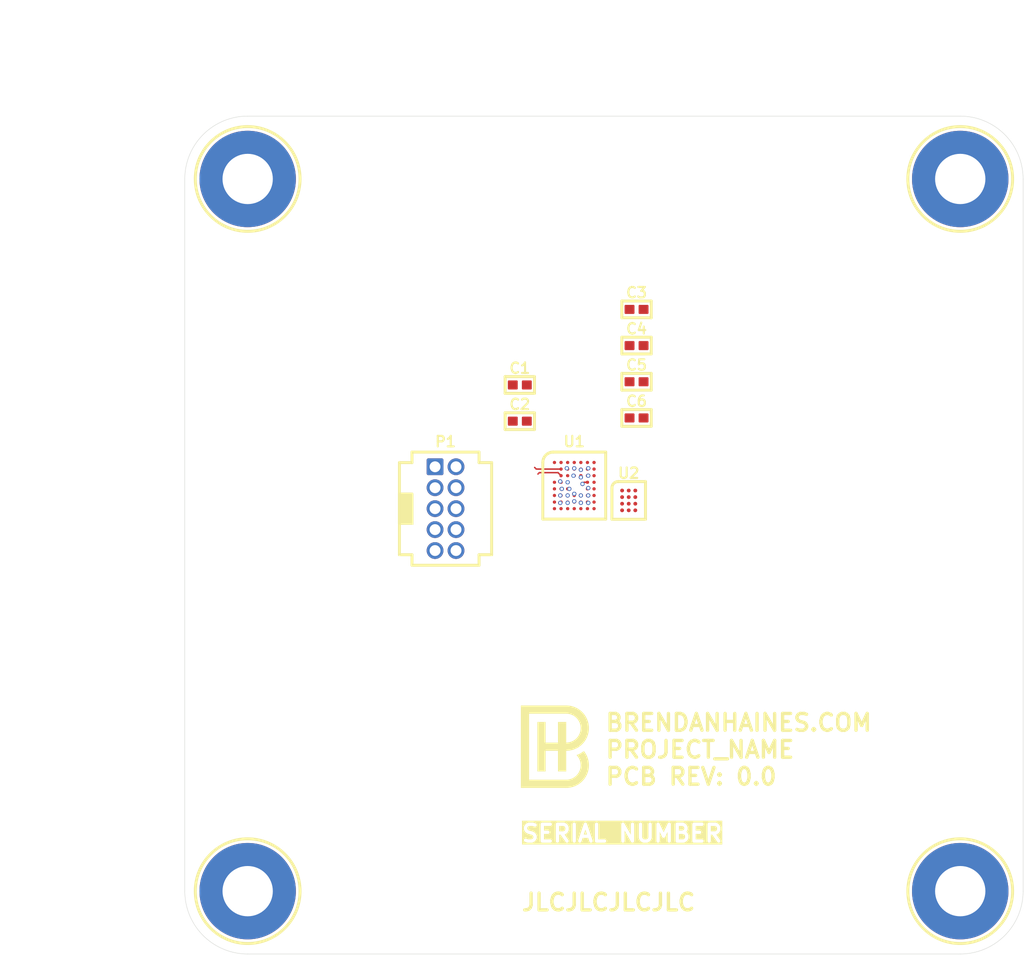
<source format=kicad_pcb>
(kicad_pcb (version 20240108) (generator "pcbnew") (generator_version "8.0")
  (title_block (title "${PROJECT_NAME}") (rev "${PCB_REVISION}") (company "BRENDANHAINES.COM"))
  (layers (0 "F.Cu" signal) (1 "In1.Cu" signal) (2 "In2.Cu" signal) (31 "B.Cu" signal) (34 "B.Paste" user) (35 "F.Paste" user) (36 "B.SilkS" user "B.Silkscreen") (37 "F.SilkS" user "F.Silkscreen") (38 "B.Mask" user) (39 "F.Mask" user) (44 "Edge.Cuts" user))
  (property "PCB_REVISION" "0.0")
  (property "PROJECT_NAME" "PROJECT_NAME")
  (net 0 "")
  (net 1 "GND")
  (net 2 "unconnected-(U1-P0.10{slash}NFC2-PadG5)")
  (net 5 "unconnected-(U1-P0.02{slash}AIN0-PadC6)")
  (net 9 "unconnected-(U1-P0.17-PadG3)")
  (net 10 "unconnected-(U1-P0.25-PadB3)")
  (net 12 "unconnected-(U1-P0.04{slash}AIN2-PadE6)")
  (net 13 "unconnected-(U1-P0.31{slash}AIN7-PadB5)")
  (net 14 "unconnected-(U1-P0.27-PadB4)")
  (net 15 "unconnected-(U1-P0.07-PadF6)")
  (net 18 "unconnected-(U1-P0.26-PadD3)")
  (net 19 "unconnected-(U1-P0.19-PadF3)")
  (net 20 "/N_RESET")
  (net 21 "unconnected-(U1-P0.03{slash}AIN1-PadD6)")
  (net 24 "unconnected-(U1-P0.22-PadF2)")
  (net 28 "unconnected-(U1-P0.11-PadF4)")
  (net 29 "unconnected-(U1-P0.23-PadE2)")
  (net 30 "unconnected-(U1-P0.13-PadG4)")
  (net 31 "unconnected-(U1-P0.09{slash}NFC1-PadG6)")
  (net 34 "unconnected-(U1-P0.20{slash}TRACECLK-PadG2)")
  (net 35 "/SWDIO")
  (net 36 "/SWDCLK")
  (net 37 "/ANT")
  (net 41 "Net-(U1-XC1)")
  (net 42 "Net-(U1-XC2)")
  (net 47 "VDC_3V3")
  (net 48 "/DEC1")
  (net 49 "/DEC2")
  (net 50 "/DEC3")
  (net 51 "/DEC4")
  (net 52 "/DCDC_OUT")
  (footprint "common:MH120X230_#4" (layer "F.Cu") (at 123.19 123.19)
    (property "Reference" "MH3" (hide yes))
    (property "Value" "Mounting_Hole" (hide yes))
    (fp_circle (center 0 0) (end 3.175 0) (stroke (width 0.1778)) (fill none) (layer "F.SilkS"))
    (pad "1" thru_hole circle (at 0 0) (size 5.842 5.842) (drill 3.048) (layers "*.Cu" "*.Mask") (net 1 "GND"))
  )
  (footprint "common:LOGO_BH" (layer "F.Cu") (at 99.06 116.84)
    (property "Reference" "LOGO1" (hide yes))
    (property "Value" "~" (hide yes))
    (fp_poly (pts (xy 0.340334 -4.906285) (xy 0.426334 -4.89815) (xy 0.511644 -4.88464) (xy 0.595939 -4.865795) (xy 0.678894 -4.8417) (xy 0.760165 -4.81244) (xy 0.839439 -4.778135) (xy 0.916405 -4.73892) (xy 0.990754 -4.69495) (xy 1.062204 -4.646395) (xy 1.130454 -4.59345) (xy 1.195245 -4.536325) (xy 1.256325 -4.475245) (xy 1.313449 -4.410455) (xy 1.366394 -4.342205) (xy 1.414949 -4.270755) (xy 1.45892 -4.196405) (xy 1.498135 -4.11944) (xy 1.532439 -4.040165) (xy 1.561699 -3.958895) (xy 1.585795 -3.87594) (xy 1.60464 -3.791645) (xy 1.61815 -3.706335) (xy 1.626285 -3.620335) (xy 1.629 -3.534) (xy 1.626285 -3.447665) (xy 1.61815 -3.361665) (xy 1.60464 -3.276355) (xy 1.585795 -3.19206) (xy 1.561699 -3.109105) (xy 1.532439 -3.027835) (xy 1.498135 -2.94856) (xy 1.45892 -2.871594) (xy 1.414949 -2.797245) (xy 1.366395 -2.725796) (xy 1.31345 -2.657543) (xy 1.256325 -2.592754) (xy 1.195245 -2.531674) (xy 1.130455 -2.474552) (xy 1.062205 -2.421604) (xy 0.990755 -2.373051) (xy 0.916405 -2.329083) (xy 0.83944 -2.289867) (xy 0.760165 -2.255558) (xy 0.678895 -2.226299) (xy 0.59594 -2.202206) (xy 0.511645 -2.183361) (xy 0.426335 -2.169849) (xy 0.340335 -2.161717) (xy 0.254 -2.159) (xy 0.254 -0.909001) (xy -0.246 -0.909001) (xy -0.246 -2.159) (xy -0.996 -2.159) (xy -0.996 -0.909001) (xy -1.496 -0.909001) (xy -1.496 -3.909) (xy -0.996 -3.909) (xy -0.996 -2.659) (xy -0.246 -2.659) (xy -0.246 -3.909) (xy 0.254 -3.909) (xy 0.254 -2.659) (xy 0.30894 -2.660733) (xy 0.363665 -2.665905) (xy 0.417955 -2.674503) (xy 0.4716 -2.686497) (xy 0.524385 -2.701832) (xy 0.576105 -2.720448) (xy 0.62655 -2.742283) (xy 0.67553 -2.767238) (xy 0.72284 -2.795215) (xy 0.768305 -2.826115) (xy 0.81174 -2.859806) (xy 0.852975 -2.89616) (xy 0.89184 -2.935025) (xy 0.928195 -2.97626) (xy 0.961885 -3.019695) (xy 0.992785 -3.06516) (xy 1.02076 -3.11247) (xy 1.04572 -3.16145) (xy 1.067555 -3.211895) (xy 1.08617 -3.263615) (xy 1.101505 -3.3164) (xy 1.113495 -3.370045) (xy 1.122094 -3.424335) (xy 1.12727 -3.47906) (xy 1.129 -3.534) (xy 1.12727 -3.58894) (xy 1.122094 -3.643665) (xy 1.113495 -3.697955) (xy 1.101505 -3.7516) (xy 1.08617 -3.804386) (xy 1.067555 -3.856106) (xy 1.04572 -3.90655) (xy 1.02076 -3.95553) (xy 0.992785 -4.00284) (xy 0.961885 -4.048305) (xy 0.928195 -4.09174) (xy 0.89184 -4.132975) (xy 0.852975 -4.17184) (xy 0.81174 -4.208195) (xy 0.768305 -4.241885) (xy 0.72284 -4.272785) (xy 0.67553 -4.30076) (xy 0.62655 -4.32572) (xy 0.576105 -4.347555) (xy 0.524385 -4.36617) (xy 0.4716 -4.381505) (xy 0.417955 -4.393495) (xy 0.363665 -4.402095) (xy 0.30894 -4.40727) (xy 0.254 -4.409) (xy -1.996 -4.409) (xy -1.996 -0.409001) (xy 0.254 -0.409001) (xy 0.30894 -0.410731) (xy 0.363665 -0.415906) (xy 0.417955 -0.424506) (xy 0.4716 -0.436496) (xy 0.524385 -0.451831) (xy 0.576105 -0.470446) (xy 0.62655 -0.492281) (xy 0.67553 -0.517241) (xy 0.72284 -0.545216) (xy 0.768305 -0.576116) (xy 0.81174 -0.609806) (xy 0.852975 -0.646161) (xy 0.89184 -0.685026) (xy 0.928195 -0.726261) (xy 0.961885 -0.769696) (xy 0.992785 -0.815161) (xy 1.02076 -0.862471) (xy 1.04572 -0.911451) (xy 1.067555 -0.961896) (xy 1.08617 -1.013615) (xy 1.101505 -1.066401) (xy 1.113495 -1.120046) (xy 1.122094 -1.174336) (xy 1.12727 -1.229061) (xy 1.129 -1.284001) (xy 1.12727 -1.338941) (xy 1.122094 -1.393666) (xy 1.113495 -1.447956) (xy 1.101505 -1.501601) (xy 1.08617 -1.554386) (xy 1.067555 -1.606106) (xy 1.04572 -1.65655) (xy 1.02076 -1.705531) (xy 0.992785 -1.752841) (xy 0.961885 -1.798306) (xy 0.928195 -1.841741) (xy 0.89184 -1.882976) (xy 0.87594 -1.898876) (xy 0.89821 -1.906896) (xy 0.99911 -1.950558) (xy 1.097065 -2.00047) (xy 1.19169 -2.056431) (xy 1.28262 -2.118222) (xy 1.32232 -2.149022) (xy 1.366395 -2.092205) (xy 1.414949 -2.020756) (xy 1.45892 -1.946408) (xy 1.498135 -1.869441) (xy 1.53244 -1.790166) (xy 1.5617 -1.708896) (xy 1.585795 -1.625941) (xy 1.60464 -1.541646) (xy 1.61815 -1.456336) (xy 1.626285 -1.370336) (xy 1.629 -1.284001) (xy 1.626285 -1.197666) (xy 1.61815 -1.111666) (xy 1.60464 -1.026356) (xy 1.585795 -0.942061) (xy 1.5617 -0.859106) (xy 1.53244 -0.777836) (xy 1.498135 -0.698561) (xy 1.45892 -0.621596) (xy 1.414949 -0.547247) (xy 1.366395 -0.475796) (xy 1.31345 -0.407547) (xy 1.256325 -0.342756) (xy 1.195245 -0.281676) (xy 1.130455 -0.224551) (xy 1.062205 -0.171607) (xy 0.990755 -0.123051) (xy 0.916405 -0.079081) (xy 0.83944 -0.039866) (xy 0.760165 -0.005561) (xy 0.678895 0.023699) (xy 0.59594 0.047794) (xy 0.511645 0.066639) (xy 0.426335 0.080149) (xy 0.340335 0.088284) (xy 0.254 0.090999) (xy -2.496 0.090999) (xy -2.496 -4.909) (xy 0.254 -4.909)) (fill solid) (layer "F.SilkS"))
  )
  (footprint "common_dev:C0402" (layer "F.Cu") (at 103.575 94.5)
    (property "Reference" "C6" (at 0 -1.016 0) (layer "F.SilkS") (effects (font (size 0.635 0.635) (thickness 0.127))))
    (property "Value" "C" (hide yes))
    (fp_line (start -0.889 -0.508) (end 0.889 -0.508) (stroke (width 0.1778)) (layer "F.SilkS"))
    (fp_line (start -0.889 0.508) (end -0.889 -0.508) (stroke (width 0.1778)) (layer "F.SilkS"))
    (fp_line (start 0.889 -0.508) (end 0.889 0.508) (stroke (width 0.1778)) (layer "F.SilkS"))
    (fp_line (start 0.889 0.508) (end -0.889 0.508) (stroke (width 0.1778)) (layer "F.SilkS"))
    (pad "1" smd roundrect (at -0.425 0) (size 0.6 0.55) (layers "F.Cu" "F.Paste" "F.Mask") (roundrect_rratio 0.1))
    (pad "2" smd roundrect (at 0.425 0) (size 0.6 0.55) (layers "F.Cu" "F.Paste" "F.Mask") (roundrect_rratio 0.1) (net 51 "/DEC4"))
  )
  (footprint "common_dev:C0402" (layer "F.Cu") (at 96.5 94.6938)
    (property "Reference" "C2" (at 0 -1.016 0) (layer "F.SilkS") (effects (font (size 0.635 0.635) (thickness 0.127))))
    (property "Value" "C" (hide yes))
    (fp_line (start -0.889 -0.508) (end 0.889 -0.508) (stroke (width 0.1778)) (layer "F.SilkS"))
    (fp_line (start -0.889 0.508) (end -0.889 -0.508) (stroke (width 0.1778)) (layer "F.SilkS"))
    (fp_line (start 0.889 -0.508) (end 0.889 0.508) (stroke (width 0.1778)) (layer "F.SilkS"))
    (fp_line (start 0.889 0.508) (end -0.889 0.508) (stroke (width 0.1778)) (layer "F.SilkS"))
    (pad "1" smd roundrect (at -0.425 0) (size 0.6 0.55) (layers "F.Cu" "F.Paste" "F.Mask") (roundrect_rratio 0.1) (net 1 "GND"))
    (pad "2" smd roundrect (at 0.425 0) (size 0.6 0.55) (layers "F.Cu" "F.Paste" "F.Mask") (roundrect_rratio 0.1) (net 42 "Net-(U1-XC2)"))
  )
  (footprint "common_dev:C0402" (layer "F.Cu") (at 96.5 92.5)
    (property "Reference" "C1" (at 0 -1.016 0) (layer "F.SilkS") (effects (font (size 0.635 0.635) (thickness 0.127))))
    (property "Value" "C" (hide yes))
    (fp_line (start -0.889 -0.508) (end 0.889 -0.508) (stroke (width 0.1778)) (layer "F.SilkS"))
    (fp_line (start -0.889 0.508) (end -0.889 -0.508) (stroke (width 0.1778)) (layer "F.SilkS"))
    (fp_line (start 0.889 -0.508) (end 0.889 0.508) (stroke (width 0.1778)) (layer "F.SilkS"))
    (fp_line (start 0.889 0.508) (end -0.889 0.508) (stroke (width 0.1778)) (layer "F.SilkS"))
    (pad "1" smd roundrect (at -0.425 0) (size 0.6 0.55) (layers "F.Cu" "F.Paste" "F.Mask") (roundrect_rratio 0.1) (net 1 "GND"))
    (pad "2" smd roundrect (at 0.425 0) (size 0.6 0.55) (layers "F.Cu" "F.Paste" "F.Mask") (roundrect_rratio 0.1) (net 41 "Net-(U1-XC1)"))
  )
  (footprint "common_dev:C0402" (layer "F.Cu") (at 103.575 92.3062)
    (property "Reference" "C5" (at 0 -1.016 0) (layer "F.SilkS") (effects (font (size 0.635 0.635) (thickness 0.127))))
    (property "Value" "C" (hide yes))
    (fp_line (start -0.889 -0.508) (end 0.889 -0.508) (stroke (width 0.1778)) (layer "F.SilkS"))
    (fp_line (start -0.889 0.508) (end -0.889 -0.508) (stroke (width 0.1778)) (layer "F.SilkS"))
    (fp_line (start 0.889 -0.508) (end 0.889 0.508) (stroke (width 0.1778)) (layer "F.SilkS"))
    (fp_line (start 0.889 0.508) (end -0.889 0.508) (stroke (width 0.1778)) (layer "F.SilkS"))
    (pad "1" smd roundrect (at -0.425 0) (size 0.6 0.55) (layers "F.Cu" "F.Paste" "F.Mask") (roundrect_rratio 0.1))
    (pad "2" smd roundrect (at 0.425 0) (size 0.6 0.55) (layers "F.Cu" "F.Paste" "F.Mask") (roundrect_rratio 0.1) (net 50 "/DEC3"))
  )
  (footprint "common:MH120X230_#4" (layer "F.Cu") (at 123.19 80.01)
    (property "Reference" "MH2" (hide yes))
    (property "Value" "Mounting_Hole" (hide yes))
    (fp_circle (center 0 0) (end 3.175 0) (stroke (width 0.1778)) (fill none) (layer "F.SilkS"))
    (pad "1" thru_hole circle (at 0 0) (size 5.842 5.842) (drill 3.048) (layers "*.Cu" "*.Mask") (net 1 "GND"))
  )
  (footprint "common:MH120X230_#4" (layer "F.Cu") (at 80.01 123.19)
    (property "Reference" "MH4" (hide yes))
    (property "Value" "Mounting_Hole" (hide yes))
    (fp_circle (center 0 0) (end 3.175 0) (stroke (width 0.1778)) (fill none) (layer "F.SilkS"))
    (pad "1" thru_hole circle (at 0 0) (size 5.842 5.842) (drill 3.048) (layers "*.Cu" "*.Mask") (net 1 "GND"))
  )
  (footprint "common_dev:C0402" (layer "F.Cu") (at 103.575 87.9186)
    (property "Reference" "C3" (at 0 -1.016 0) (layer "F.SilkS") (effects (font (size 0.635 0.635) (thickness 0.127))))
    (property "Value" "C" (hide yes))
    (fp_line (start -0.889 -0.508) (end 0.889 -0.508) (stroke (width 0.1778)) (layer "F.SilkS"))
    (fp_line (start -0.889 0.508) (end -0.889 -0.508) (stroke (width 0.1778)) (layer "F.SilkS"))
    (fp_line (start 0.889 -0.508) (end 0.889 0.508) (stroke (width 0.1778)) (layer "F.SilkS"))
    (fp_line (start 0.889 0.508) (end -0.889 0.508) (stroke (width 0.1778)) (layer "F.SilkS"))
    (pad "1" smd roundrect (at -0.425 0) (size 0.6 0.55) (layers "F.Cu" "F.Paste" "F.Mask") (roundrect_rratio 0.1))
    (pad "2" smd roundrect (at 0.425 0) (size 0.6 0.55) (layers "F.Cu" "F.Paste" "F.Mask") (roundrect_rratio 0.1) (net 48 "/DEC1"))
  )
  (footprint "common_dev:PinHeader_2x05_P1.27mm_Vertical-Samtec_FTSH-105-01-L-D-K" (layer "F.Cu") (at 92 100)
    (property "Reference" "P1" (at 0 -4.064 0) (layer "F.SilkS") (effects (font (size 0.635 0.635) (thickness 0.127))))
    (property "Value" "FTSH-105-01-L-D-K_ARM_SWD_JTAG_10P" (hide yes))
    (fp_line (start -2.794 -2.794) (end -2.032 -2.794) (stroke (width 0.1778)) (layer "F.SilkS"))
    (fp_line (start -2.794 2.794) (end -2.794 -2.794) (stroke (width 0.1778)) (layer "F.SilkS"))
    (fp_line (start -2.032 -3.429) (end 2.032 -3.429) (stroke (width 0.1778)) (layer "F.SilkS"))
    (fp_line (start -2.032 -2.794) (end -2.032 -3.429) (stroke (width 0.1778)) (layer "F.SilkS"))
    (fp_line (start -2.032 2.794) (end -2.794 2.794) (stroke (width 0.1778)) (layer "F.SilkS"))
    (fp_line (start -2.032 3.429) (end -2.032 2.794) (stroke (width 0.1778)) (layer "F.SilkS"))
    (fp_line (start 2.032 -3.429) (end 2.032 -2.794) (stroke (width 0.1778)) (layer "F.SilkS"))
    (fp_line (start 2.032 -2.794) (end 2.794 -2.794) (stroke (width 0.1778)) (layer "F.SilkS"))
    (fp_line (start 2.032 2.794) (end 2.032 3.429) (stroke (width 0.1778)) (layer "F.SilkS"))
    (fp_line (start 2.032 3.429) (end -2.032 3.429) (stroke (width 0.1778)) (layer "F.SilkS"))
    (fp_line (start 2.794 -2.794) (end 2.794 2.794) (stroke (width 0.1778)) (layer "F.SilkS"))
    (fp_line (start 2.794 2.794) (end 2.032 2.794) (stroke (width 0.1778)) (layer "F.SilkS"))
    (fp_poly (pts (xy -2.032 0.889) (xy -2.032 -0.889) (xy -2.794 -0.889) (xy -2.794 0.889)) (stroke (width 0.1778)) (fill solid) (layer "F.SilkS"))
    (pad "1" thru_hole roundrect (at -0.635 -2.54) (size 1.016 1.016) (drill 0.6604) (layers "*.Cu" "*.Mask") (roundrect_rratio 0.1))
    (pad "2" thru_hole oval (at 0.635 -2.54) (size 1.016 1.016) (drill 0.6604) (layers "*.Cu" "*.Mask") (net 35 "/SWDIO"))
    (pad "3" thru_hole oval (at -0.635 -1.27) (size 1.016 1.016) (drill 0.6604) (layers "*.Cu" "*.Mask") (net 1 "GND"))
    (pad "4" thru_hole oval (at 0.635 -1.27) (size 1.016 1.016) (drill 0.6604) (layers "*.Cu" "*.Mask") (net 36 "/SWDCLK"))
    (pad "5" thru_hole oval (at -0.635 0) (size 1.016 1.016) (drill 0.6604) (layers "*.Cu" "*.Mask") (net 1 "GND"))
    (pad "6" thru_hole oval (at 0.635 0) (size 1.016 1.016) (drill 0.6604) (layers "*.Cu" "*.Mask"))
    (pad "7" thru_hole oval (at -0.635 1.27) (size 1.016 1.016) (drill 0.6604) (layers "*.Cu" "*.Mask"))
    (pad "8" thru_hole oval (at 0.635 1.27) (size 1.016 1.016) (drill 0.6604) (layers "*.Cu" "*.Mask"))
    (pad "9" thru_hole oval (at -0.635 2.54) (size 1.016 1.016) (drill 0.6604) (layers "*.Cu" "*.Mask") (net 1 "GND"))
    (pad "10" thru_hole oval (at 0.635 2.54) (size 1.016 1.016) (drill 0.6604) (layers "*.Cu" "*.Mask") (net 20 "/N_RESET"))
  )
  (footprint "common_dev:BGA40P295X322X40-50_NRF52832" (layer "F.Cu") (at 99.8 98.6)
    (property "Reference" "U1" (at 0 -2.667 0) (layer "F.SilkS") (effects (font (size 0.635 0.635) (thickness 0.127) (bold yes))))
    (property "Value" "~" (hide yes))
    (fp_line (start -1.905 -1.397) (end -1.905 2.032) (stroke (width 0.1778)) (layer "F.SilkS"))
    (fp_line (start 1.905 -2.032) (end -1.27 -2.032) (stroke (width 0.1778)) (layer "F.SilkS"))
    (fp_line (start 1.905 -2.032) (end 1.905 2.032) (stroke (width 0.1778)) (layer "F.SilkS"))
    (fp_line (start 1.905 2.032) (end -1.905 2.032) (stroke (width 0.1778)) (layer "F.SilkS"))
    (fp_arc (start -1.905 -1.397) (mid -1.719013 -1.846013) (end -1.27 -2.032) (stroke (width 0.1778)) (layer "F.SilkS"))
    (pad "A1" smd circle (at -1.2 -1.4) (size 0.2 0.2) (layers "F.Cu" "F.Paste" "F.Mask") (net 42 "Net-(U1-XC2)"))
    (pad "A2" smd circle (at -0.8 -1.4) (size 0.2 0.2) (layers "F.Cu" "F.Paste" "F.Mask") (net 49 "/DEC2"))
    (pad "A3" smd circle (at -0.4 -1.4) (size 0.2 0.2) (layers "F.Cu" "F.Paste" "F.Mask"))
    (pad "A4" smd circle (at 0 -1.4) (size 0.2 0.2) (layers "F.Cu" "F.Paste" "F.Mask"))
    (pad "A5" smd circle (at 0.4 -1.4) (size 0.2 0.2) (layers "F.Cu" "F.Paste" "F.Mask"))
    (pad "A6" smd circle (at 0.8 -1.4) (size 0.2 0.2) (layers "F.Cu" "F.Paste" "F.Mask") (net 51 "/DEC4"))
    (pad "A7" smd circle (at 1.2 -1.4) (size 0.2 0.2) (layers "F.Cu" "F.Paste" "F.Mask") (net 47 "VDC_3V3"))
    (pad "B2" smd circle (at -0.8 -1) (size 0.2 0.2) (layers "F.Cu" "F.Paste" "F.Mask") (net 41 "Net-(U1-XC1)"))
    (pad "B3" smd circle (at -0.4 -1) (size 0.2 0.2) (layers "F.Cu" "F.Paste" "F.Mask") (net 10 "unconnected-(U1-P0.25-PadB3)"))
    (pad "B4" smd circle (at 0 -1) (size 0.2 0.2) (layers "F.Cu" "F.Paste" "F.Mask") (net 14 "unconnected-(U1-P0.27-PadB4)"))
    (pad "B5" smd circle (at 0.4 -1) (size 0.2 0.2) (layers "F.Cu" "F.Paste" "F.Mask") (net 13 "unconnected-(U1-P0.31{slash}AIN7-PadB5)"))
    (pad "B6" smd circle (at 0.8 -1) (size 0.2 0.2) (layers "F.Cu" "F.Paste" "F.Mask") (net 52 "/DCDC_OUT"))
    (pad "B7" smd circle (at 1.2 -1) (size 0.2 0.2) (layers "F.Cu" "F.Paste" "F.Mask") (net 48 "/DEC1"))
    (pad "C2" smd circle (at -0.8 -0.6) (size 0.2 0.2) (layers "F.Cu" "F.Paste" "F.Mask") (net 50 "/DEC3"))
    (pad "C3" smd circle (at -0.4 -0.6) (size 0.2 0.2) (layers "F.Cu" "F.Paste" "F.Mask"))
    (pad "C4" smd circle (at 0 -0.6) (size 0.2 0.2) (layers "F.Cu" "F.Paste" "F.Mask") (net 1 "GND"))
    (pad "C5" smd circle (at 0.4 -0.6) (size 0.2 0.2) (layers "F.Cu" "F.Paste" "F.Mask") (net 1 "GND"))
    (pad "C6" smd circle (at 0.8 -0.6) (size 0.2 0.2) (layers "F.Cu" "F.Paste" "F.Mask") (net 5 "unconnected-(U1-P0.02{slash}AIN0-PadC6)"))
    (pad "C7" smd circle (at 1.2 -0.6) (size 0.2 0.2) (layers "F.Cu" "F.Paste" "F.Mask"))
    (pad "D1" smd circle (at -1.2 -0.2) (size 0.2 0.2) (layers "F.Cu" "F.Paste" "F.Mask") (net 37 "/ANT"))
    (pad "D2" smd circle (at -0.8 -0.2) (size 0.2 0.2) (layers "F.Cu" "F.Paste" "F.Mask") (net 1 "GND"))
    (pad "D3" smd circle (at -0.4 -0.2) (size 0.2 0.2) (layers "F.Cu" "F.Paste" "F.Mask") (net 18 "unconnected-(U1-P0.26-PadD3)"))
    (pad "D6" smd circle (at 0.8 -0.2) (size 0.2 0.2) (layers "F.Cu" "F.Paste" "F.Mask") (net 21 "unconnected-(U1-P0.03{slash}AIN1-PadD6)"))
    (pad "D7" smd circle (at 1.2 -0.2) (size 0.2 0.2) (layers "F.Cu" "F.Paste" "F.Mask"))
    (pad "E1" smd circle (at -1.2 0.2) (size 0.2 0.2) (layers "F.Cu" "F.Paste" "F.Mask"))
    (pad "E2" smd circle (at -0.8 0.2) (size 0.2 0.2) (layers "F.Cu" "F.Paste" "F.Mask") (net 29 "unconnected-(U1-P0.23-PadE2)"))
    (pad "E3" smd circle (at -0.4 0.2) (size 0.2 0.2) (layers "F.Cu" "F.Paste" "F.Mask") (net 1 "GND"))
    (pad "E6" smd circle (at 0.8 0.2) (size 0.2 0.2) (layers "F.Cu" "F.Paste" "F.Mask") (net 12 "unconnected-(U1-P0.04{slash}AIN2-PadE6)"))
    (pad "E7" smd circle (at 1.2 0.2) (size 0.2 0.2) (layers "F.Cu" "F.Paste" "F.Mask"))
    (pad "F1" smd circle (at -1.2 0.6) (size 0.2 0.2) (layers "F.Cu" "F.Paste" "F.Mask") (net 36 "/SWDCLK"))
    (pad "F2" smd circle (at -0.8 0.6) (size 0.2 0.2) (layers "F.Cu" "F.Paste" "F.Mask") (net 24 "unconnected-(U1-P0.22-PadF2)"))
    (pad "F3" smd circle (at -0.4 0.6) (size 0.2 0.2) (layers "F.Cu" "F.Paste" "F.Mask") (net 19 "unconnected-(U1-P0.19-PadF3)"))
    (pad "F4" smd circle (at 0 0.6) (size 0.2 0.2) (layers "F.Cu" "F.Paste" "F.Mask") (net 28 "unconnected-(U1-P0.11-PadF4)"))
    (pad "F5" smd circle (at 0.4 0.6) (size 0.2 0.2) (layers "F.Cu" "F.Paste" "F.Mask") (net 1 "GND"))
    (pad "F6" smd circle (at 0.8 0.6) (size 0.2 0.2) (layers "F.Cu" "F.Paste" "F.Mask") (net 15 "unconnected-(U1-P0.07-PadF6)"))
    (pad "F7" smd circle (at 1.2 0.6) (size 0.2 0.2) (layers "F.Cu" "F.Paste" "F.Mask"))
    (pad "G1" smd circle (at -1.2 1) (size 0.2 0.2) (layers "F.Cu" "F.Paste" "F.Mask") (net 35 "/SWDIO"))
    (pad "G2" smd circle (at -0.8 1) (size 0.2 0.2) (layers "F.Cu" "F.Paste" "F.Mask") (net 34 "unconnected-(U1-P0.20{slash}TRACECLK-PadG2)"))
    (pad "G3" smd circle (at -0.4 1) (size 0.2 0.2) (layers "F.Cu" "F.Paste" "F.Mask") (net 9 "unconnected-(U1-P0.17-PadG3)"))
    (pad "G4" smd circle (at 0 1) (size 0.2 0.2) (layers "F.Cu" "F.Paste" "F.Mask") (net 30 "unconnected-(U1-P0.13-PadG4)"))
    (pad "G5" smd circle (at 0.4 1) (size 0.2 0.2) (layers "F.Cu" "F.Paste" "F.Mask") (net 2 "unconnected-(U1-P0.10{slash}NFC2-PadG5)"))
    (pad "G6" smd circle (at 0.8 1) (size 0.2 0.2) (layers "F.Cu" "F.Paste" "F.Mask") (net 31 "unconnected-(U1-P0.09{slash}NFC1-PadG6)"))
    (pad "G7" smd circle (at 1.2 1) (size 0.2 0.2) (layers "F.Cu" "F.Paste" "F.Mask"))
    (pad "H1" smd circle (at -1.2 1.4) (size 0.2 0.2) (layers "F.Cu" "F.Paste" "F.Mask") (net 20 "/N_RESET"))
    (pad "H2" smd circle (at -0.8 1.4) (size 0.2 0.2) (layers "F.Cu" "F.Paste" "F.Mask"))
    (pad "H3" smd circle (at -0.4 1.4) (size 0.2 0.2) (layers "F.Cu" "F.Paste" "F.Mask"))
    (pad "H4" smd circle (at 0 1.4) (size 0.2 0.2) (layers "F.Cu" "F.Paste" "F.Mask"))
    (pad "H5" smd circle (at 0.4 1.4) (size 0.2 0.2) (layers "F.Cu" "F.Paste" "F.Mask"))
    (pad "H6" smd circle (at 0.8 1.4) (size 0.2 0.2) (layers "F.Cu" "F.Paste" "F.Mask"))
    (pad "H7" smd circle (at 1.2 1.4) (size 0.2 0.2) (layers "F.Cu" "F.Paste" "F.Mask") (net 47 "VDC_3V3"))
  )
  (footprint "common_dev:C0402" (layer "F.Cu") (at 103.575 90.1124)
    (property "Reference" "C4" (at 0 -1.016 0) (layer "F.SilkS") (effects (font (size 0.635 0.635) (thickness 0.127))))
    (property "Value" "C" (hide yes))
    (fp_line (start -0.889 -0.508) (end 0.889 -0.508) (stroke (width 0.1778)) (layer "F.SilkS"))
    (fp_line (start -0.889 0.508) (end -0.889 -0.508) (stroke (width 0.1778)) (layer "F.SilkS"))
    (fp_line (start 0.889 -0.508) (end 0.889 0.508) (stroke (width 0.1778)) (layer "F.SilkS"))
    (fp_line (start 0.889 0.508) (end -0.889 0.508) (stroke (width 0.1778)) (layer "F.SilkS"))
    (pad "1" smd roundrect (at -0.425 0) (size 0.6 0.55) (layers "F.Cu" "F.Paste" "F.Mask") (roundrect_rratio 0.1))
    (pad "2" smd roundrect (at 0.425 0) (size 0.6 0.55) (layers "F.Cu" "F.Paste" "F.Mask") (roundrect_rratio 0.1) (net 49 "/DEC2"))
  )
  (footprint "common_dev:BGA40P165X139X63-12-TI_YFF" (layer "F.Cu") (at 103.1 99.5)
    (property "Reference" "U2" (at 0 -1.651 0) (layer "F.SilkS") (effects (font (size 0.635 0.635) (thickness 0.127))))
    (property "Value" "~" (hide yes))
    (fp_line (start -1.016 -0.762) (end -1.016 1.143) (stroke (width 0.1778)) (layer "F.SilkS"))
    (fp_line (start -1.016 1.143) (end 1.016 1.143) (stroke (width 0.1778)) (layer "F.SilkS"))
    (fp_line (start 1.016 -1.143) (end -0.635 -1.143) (stroke (width 0.1778)) (layer "F.SilkS"))
    (fp_line (start 1.016 1.143) (end 1.016 -1.143) (stroke (width 0.1778)) (layer "F.SilkS"))
    (fp_arc (start -1.016 -0.762) (mid -0.904408 -1.031408) (end -0.635 -1.143) (stroke (width 0.1778)) (layer "F.SilkS"))
    (pad "A1" smd circle (at -0.4 -0.6) (size 0.23 0.23) (layers "F.Cu" "F.Paste" "F.Mask"))
    (pad "A2" smd circle (at 0 -0.6) (size 0.23 0.23) (layers "F.Cu" "F.Paste" "F.Mask"))
    (pad "A3" smd circle (at 0.4 -0.6) (size 0.23 0.23) (layers "F.Cu" "F.Paste" "F.Mask"))
    (pad "B1" smd circle (at -0.4 -0.2) (size 0.23 0.23) (layers "F.Cu" "F.Paste" "F.Mask"))
    (pad "B2" smd circle (at 0 -0.2) (size 0.23 0.23) (layers "F.Cu" "F.Paste" "F.Mask"))
    (pad "B3" smd circle (at 0.4 -0.2) (size 0.23 0.23) (layers "F.Cu" "F.Paste" "F.Mask"))
    (pad "C1" smd circle (at -0.4 0.2) (size 0.23 0.23) (layers "F.Cu" "F.Paste" "F.Mask"))
    (pad "C2" smd circle (at 0 0.2) (size 0.23 0.23) (layers "F.Cu" "F.Paste" "F.Mask"))
    (pad "C3" smd circle (at 0.4 0.2) (size 0.23 0.23) (layers "F.Cu" "F.Paste" "F.Mask"))
    (pad "D1" smd circle (at -0.4 0.6) (size 0.23 0.23) (layers "F.Cu" "F.Paste" "F.Mask"))
    (pad "D2" smd circle (at 0 0.6) (size 0.23 0.23) (layers "F.Cu" "F.Paste" "F.Mask"))
    (pad "D3" smd circle (at 0.4 0.6) (size 0.23 0.23) (layers "F.Cu" "F.Paste" "F.Mask"))
  )
  (footprint "common:MH120X230_#4" (layer "F.Cu") (at 80.01 80.01)
    (property "Reference" "MH1" (hide yes))
    (property "Value" "Mounting_Hole" (hide yes))
    (fp_circle (center 0 0) (end 3.175 0) (stroke (width 0.1778)) (fill none) (layer "F.SilkS"))
    (pad "1" thru_hole circle (at 0 0) (size 5.842 5.842) (drill 3.048) (layers "*.Cu" "*.Mask") (net 1 "GND"))
  )
  (gr_line (start 76.2 80.01) (end 76.2 123.19) (stroke (width 0.0254)) (layer "Edge.Cuts"))
  (gr_arc (start 76.2 80.01) (mid 77.315923 77.315923) (end 80.01 76.2) (stroke (width 0.0254)) (layer "Edge.Cuts"))
  (gr_line (start 80.01 76.2) (end 123.19 76.2) (stroke (width 0.0254)) (layer "Edge.Cuts"))
  (gr_line (start 123.19 127) (end 80.01 127) (stroke (width 0.0254)) (layer "Edge.Cuts"))
  (gr_arc (start 123.19 76.2) (mid 125.884077 77.315923) (end 127 80.01) (stroke (width 0.0254)) (layer "Edge.Cuts"))
  (gr_arc (start 127 123.19) (mid 125.884077 125.884077) (end 123.19 127) (stroke (width 0.0254)) (layer "Edge.Cuts"))
  (gr_line (start 127 123.19) (end 127 80.01) (stroke (width 0.0254)) (layer "Edge.Cuts"))
  (gr_arc (start 80.01 127) (mid 77.315923 125.884077) (end 76.2 123.19) (stroke (width 0.0254)) (layer "Edge.Cuts"))
  (gr_text "JLCJLCJLCJLC" (at 96.52 124.46 0) (layer "F.SilkS") (effects (font (size 1.016 1.016) (thickness 0.2032) (bold yes)) (justify left bottom)))
  (gr_text "BRENDANHAINES.COM\n${PROJECT_NAME}\nPCB REV: ${PCB_REVISION}" (at 101.6 116.84 0) (layer "F.SilkS") (effects (font (size 1.016 1.016) (thickness 0.2032) (bold yes)) (justify left bottom)))
  (gr_text "SERIAL NUMBER              \n " (at 96.52 121.92 0) (layer "F.SilkS" knockout) (effects (font (size 1.016 1.016) (thickness 0.2032) (bold yes)) (justify left bottom)))
  (segment (start 99.8 98) (end 99.754003 98) (width 0.0889) (layer "F.Cu") (net 1))
  (segment (start 99 98.4) (end 98.999247 98.4) (width 0.0889) (layer "F.Cu") (net 1))
  (segment (start 99.4 98.8) (end 99.5 98.8) (width 0.0889) (layer "F.Cu") (net 1))
  (segment (start 100.2 98) (end 100.2 98.1) (width 0.0889) (layer "F.Cu") (net 1))
  (segment (start 98.999247 98.4) (end 98.94965 98.350403) (width 0.0889) (layer "F.Cu") (net 1))
  (via (at 100.2 98.1) (size 0.254) (drill 0.1524) (layers "F.Cu" "B.Cu") (net 1))
  (via (at 99.754003 98) (size 0.254) (drill 0.1524) (layers "F.Cu" "B.Cu") (net 1))
  (via (at 98.94965 98.350403) (size 0.254) (drill 0.1524) (layers "F.Cu" "B.Cu") (net 1))
  (via (at 99.5 98.8) (size 0.254) (drill 0.1524) (layers "F.Cu" "B.Cu") (net 1))
  (via (at 100.2 99.2) (size 0.254) (drill 0.1524) (layers "F.Cu" "B.Cu") (net 1))
  (segment (start 100.2 99.6) (end 100.2 99.645997) (width 0.0889) (layer "F.Cu") (net 2))
  (via (at 100.2 99.645997) (size 0.254) (drill 0.1524) (layers "F.Cu" "B.Cu") (net 2))
  (segment (start 100.6 98) (end 100.645997 98) (width 0.0889) (layer "F.Cu") (net 5))
  (via (at 100.645997 98) (size 0.254) (drill 0.1524) (layers "F.Cu" "B.Cu") (net 5))
  (segment (start 99.4 99.6) (end 99.4 99.645997) (width 0.0889) (layer "F.Cu") (net 9))
  (via (at 99.4 99.645997) (size 0.254) (drill 0.1524) (layers "F.Cu" "B.Cu") (net 9))
  (segment (start 99.4 97.59953) (end 99.350451 97.549981) (width 0.0889) (layer "F.Cu") (net 10))
  (segment (start 99.4 97.6) (end 99.4 97.59953) (width 0.0889) (layer "F.Cu") (net 10))
  (via (at 99.350451 97.549981) (size 0.254) (drill 0.1524) (layers "F.Cu" "B.Cu") (net 10))
  (segment (start 100.6 98.8) (end 100.6 98.799247) (width 0.0889) (layer "F.Cu") (net 12))
  (segment (start 100.6 98.799247) (end 100.649597 98.74965) (width 0.0889) (layer "F.Cu") (net 12))
  (via (at 100.649597 98.74965) (size 0.254) (drill 0.1524) (layers "F.Cu" "B.Cu") (net 12))
  (segment (start 100.2 97.6) (end 100.2 97.645997) (width 0.0889) (layer "F.Cu") (net 13))
  (via (at 100.2 97.645997) (size 0.254) (drill 0.1524) (layers "F.Cu" "B.Cu") (net 13))
  (segment (start 99.8 97.6) (end 99.8 97.554003) (width 0.0889) (layer "F.Cu") (net 14))
  (via (at 99.8 97.554003) (size 0.254) (drill 0.1524) (layers "F.Cu" "B.Cu") (net 14))
  (segment (start 100.6 99.2) (end 100.645997 99.2) (width 0.0889) (layer "F.Cu") (net 15))
  (via (at 100.645997 99.2) (size 0.254) (drill 0.1524) (layers "F.Cu" "B.Cu") (net 15))
  (via (at 99.4 98.4) (size 0.254) (drill 0.1524) (layers "F.Cu" "B.Cu") (net 18))
  (via (at 99.4 99.2) (size 0.254) (drill 0.1524) (layers "F.Cu" "B.Cu") (net 19))
  (segment (start 100.6 98.4) (end 100.4 98.4) (width 0.0889) (layer "F.Cu") (net 21))
  (segment (start 100.4 98.4) (end 100.3 98.5) (width 0.0889) (layer "F.Cu") (net 21))
  (via (at 100.3 98.5) (size 0.254) (drill 0.1524) (layers "F.Cu" "B.Cu") (net 21))
  (segment (start 99 99.2) (end 98.954003 99.2) (width 0.0889) (layer "F.Cu") (net 24))
  (via (at 98.954003 99.2) (size 0.254) (drill 0.1524) (layers "F.Cu" "B.Cu") (net 24))
  (segment (start 99.8 99.2) (end 99.8 99.1) (width 0.0889) (layer "F.Cu") (net 28))
  (via (at 99.8 99.1) (size 0.254) (drill 0.1524) (layers "F.Cu" "B.Cu") (net 28))
  (segment (start 99 98.8) (end 99.045997 98.8) (width 0.0889) (layer "F.Cu") (net 29))
  (via (at 99.045997 98.8) (size 0.254) (drill 0.1524) (layers "F.Cu" "B.Cu") (net 29))
  (segment (start 99.8 99.6) (end 99.8 99.554003) (width 0.0889) (layer "F.Cu") (net 30))
  (via (at 99.8 99.554003) (size 0.254) (drill 0.1524) (layers "F.Cu" "B.Cu") (net 30))
  (segment (start 100.6 99.6) (end 100.6 99.600265) (width 0.0889) (layer "F.Cu") (net 31))
  (segment (start 100.6 99.600265) (end 100.649516 99.649781) (width 0.0889) (layer "F.Cu") (net 31))
  (via (at 100.649516 99.649781) (size 0.254) (drill 0.1524) (layers "F.Cu" "B.Cu") (net 31))
  (segment (start 99 99.6) (end 98.999735 99.6) (width 0.0889) (layer "F.Cu") (net 34))
  (segment (start 98.999735 99.6) (end 98.950219 99.649516) (width 0.0889) (layer "F.Cu") (net 34))
  (via (at 98.950219 99.649516) (size 0.254) (drill 0.1524) (layers "F.Cu" "B.Cu") (net 34))
  (segment (start 99 97.6) (end 97.5 97.6) (width 0.0889) (layer "F.Cu") (net 41))
  (segment (start 97.5 97.6) (end 97.4 97.5) (width 0.0889) (layer "F.Cu") (net 41))
  (segment (start 98.8159 97.8159) (end 97.6841 97.8159) (width 0.0889) (layer "F.Cu") (net 50))
  (segment (start 99 98) (end 98.8159 97.8159) (width 0.0889) (layer "F.Cu") (net 50))
  (segment (start 97.6841 97.8159) (end 97.6 97.9) (width 0.0889) (layer "F.Cu") (net 50))
  (segment (start 100.6 97.6) (end 100.600679 97.6) (width 0.0889) (layer "F.Cu") (net 52))
  (segment (start 100.600679 97.6) (end 100.650262 97.550417) (width 0.0889) (layer "F.Cu") (net 52))
  (via (at 100.650262 97.550417) (size 0.254) (drill 0.1524) (layers "F.Cu" "B.Cu") (net 52))
)
</source>
